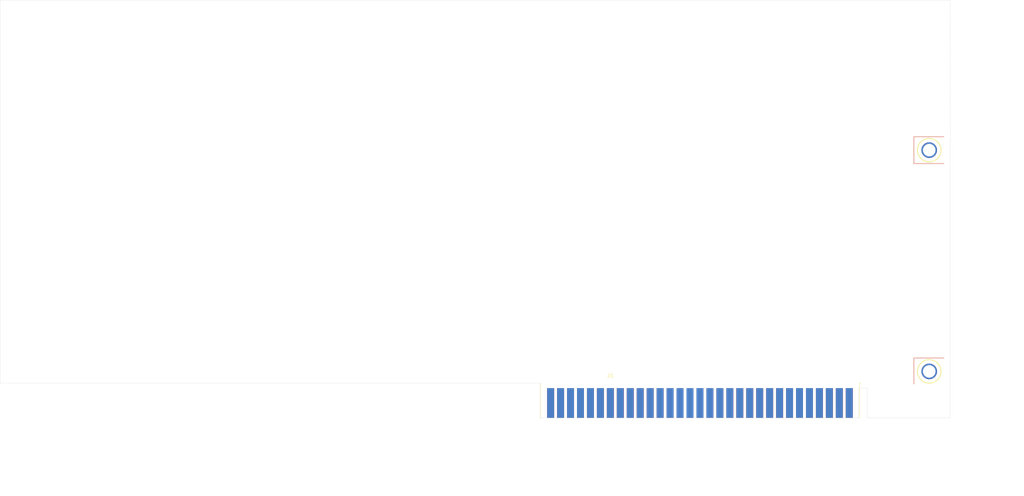
<source format=kicad_pcb>
(kicad_pcb (version 20240108) (generator "pcbnew") (generator_version "8.0")
  (layers (0 "F.Cu" signal) (31 "B.Cu" signal) (34 "B.Paste" user) (35 "F.Paste" user) (36 "B.SilkS" user "B.Silkscreen") (37 "F.SilkS" user "F.Silkscreen") (38 "B.Mask" user) (39 "F.Mask" user) (44 "Edge.Cuts" user))
  (net 0 "")
  (footprint "pc-parts:BUS_AT_8BIT" (layer "F.Cu") (at 254 123.19)
    (property "Reference" "J1" (at -60.96 -6.99 0) (layer "F.SilkS"))
    (property "Value" "Bus_ISA_8bit")
    (fp_line (start -78.8 -5.08) (end -78.8 3.85) (stroke (width 0.12)) (layer "F.SilkS"))
    (fp_line (start 2.6 -5.1) (end 3 -5.1) (stroke (width 0.12)) (layer "F.SilkS"))
    (fp_line (start 2.6 3.85) (end 2.6 -5.1) (stroke (width 0.12)) (layer "F.SilkS"))
    (pad "1" connect rect (at 0 0) (size 1.78 7.62) (layers "B.Cu" "B.Mask"))
    (pad "2" connect rect (at -2.54 0) (size 1.78 7.62) (layers "B.Cu" "B.Mask"))
    (pad "3" connect rect (at -5.08 0) (size 1.78 7.62) (layers "B.Cu" "B.Mask"))
    (pad "4" connect rect (at -7.62 0) (size 1.78 7.62) (layers "B.Cu" "B.Mask"))
    (pad "5" connect rect (at -10.16 0) (size 1.78 7.62) (layers "B.Cu" "B.Mask"))
    (pad "6" connect rect (at -12.7 0) (size 1.78 7.62) (layers "B.Cu" "B.Mask"))
    (pad "7" connect rect (at -15.24 0) (size 1.78 7.62) (layers "B.Cu" "B.Mask"))
    (pad "8" connect rect (at -17.78 0) (size 1.78 7.62) (layers "B.Cu" "B.Mask"))
    (pad "9" connect rect (at -20.32 0) (size 1.78 7.62) (layers "B.Cu" "B.Mask"))
    (pad "10" connect rect (at -22.86 0) (size 1.78 7.62) (layers "B.Cu" "B.Mask"))
    (pad "11" connect rect (at -25.4 0) (size 1.78 7.62) (layers "B.Cu" "B.Mask"))
    (pad "12" connect rect (at -27.94 0) (size 1.78 7.62) (layers "B.Cu" "B.Mask"))
    (pad "13" connect rect (at -30.48 0) (size 1.78 7.62) (layers "B.Cu" "B.Mask"))
    (pad "14" connect rect (at -33.02 0) (size 1.78 7.62) (layers "B.Cu" "B.Mask"))
    (pad "15" connect rect (at -35.56 0) (size 1.78 7.62) (layers "B.Cu" "B.Mask"))
    (pad "16" connect rect (at -38.1 0) (size 1.78 7.62) (layers "B.Cu" "B.Mask"))
    (pad "17" connect rect (at -40.64 0) (size 1.78 7.62) (layers "B.Cu" "B.Mask"))
    (pad "18" connect rect (at -43.18 0) (size 1.78 7.62) (layers "B.Cu" "B.Mask"))
    (pad "19" connect rect (at -45.72 0) (size 1.78 7.62) (layers "B.Cu" "B.Mask"))
    (pad "20" connect rect (at -48.26 0) (size 1.78 7.62) (layers "B.Cu" "B.Mask"))
    (pad "21" connect rect (at -50.8 0) (size 1.78 7.62) (layers "B.Cu" "B.Mask"))
    (pad "22" connect rect (at -53.34 0) (size 1.78 7.62) (layers "B.Cu" "B.Mask"))
    (pad "23" connect rect (at -55.88 0) (size 1.78 7.62) (layers "B.Cu" "B.Mask"))
    (pad "24" connect rect (at -58.42 0) (size 1.78 7.62) (layers "B.Cu" "B.Mask"))
    (pad "25" connect rect (at -60.96 0) (size 1.78 7.62) (layers "B.Cu" "B.Mask"))
    (pad "26" connect rect (at -63.5 0) (size 1.78 7.62) (layers "B.Cu" "B.Mask"))
    (pad "27" connect rect (at -66.04 0) (size 1.78 7.62) (layers "B.Cu" "B.Mask"))
    (pad "28" connect rect (at -68.58 0) (size 1.78 7.62) (layers "B.Cu" "B.Mask"))
    (pad "29" connect rect (at -71.12 0) (size 1.78 7.62) (layers "B.Cu" "B.Mask"))
    (pad "30" connect rect (at -73.66 0) (size 1.78 7.62) (layers "B.Cu" "B.Mask"))
    (pad "31" connect rect (at -76.2 0) (size 1.78 7.62) (layers "B.Cu" "B.Mask"))
    (pad "32" connect rect (at 0 0) (size 1.78 7.62) (layers "F.Cu" "F.Mask"))
    (pad "33" connect rect (at -2.54 0) (size 1.78 7.62) (layers "F.Cu" "F.Mask"))
    (pad "34" connect rect (at -5.08 0) (size 1.78 7.62) (layers "F.Cu" "F.Mask"))
    (pad "35" connect rect (at -7.62 0) (size 1.78 7.62) (layers "F.Cu" "F.Mask"))
    (pad "36" connect rect (at -10.16 0) (size 1.78 7.62) (layers "F.Cu" "F.Mask"))
    (pad "37" connect rect (at -12.7 0) (size 1.78 7.62) (layers "F.Cu" "F.Mask"))
    (pad "38" connect rect (at -15.24 0) (size 1.78 7.62) (layers "F.Cu" "F.Mask"))
    (pad "39" connect rect (at -17.78 0) (size 1.78 7.62) (layers "F.Cu" "F.Mask"))
    (pad "40" connect rect (at -20.32 0) (size 1.78 7.62) (layers "F.Cu" "F.Mask"))
    (pad "41" connect rect (at -22.86 0) (size 1.78 7.62) (layers "F.Cu" "F.Mask"))
    (pad "42" connect rect (at -25.4 0) (size 1.78 7.62) (layers "F.Cu" "F.Mask"))
    (pad "43" connect rect (at -27.94 0) (size 1.78 7.62) (layers "F.Cu" "F.Mask"))
    (pad "44" connect rect (at -30.48 0) (size 1.78 7.62) (layers "F.Cu" "F.Mask"))
    (pad "45" connect rect (at -33.02 0) (size 1.78 7.62) (layers "F.Cu" "F.Mask"))
    (pad "46" connect rect (at -35.56 0) (size 1.78 7.62) (layers "F.Cu" "F.Mask"))
    (pad "47" connect rect (at -38.1 0) (size 1.78 7.62) (layers "F.Cu" "F.Mask"))
    (pad "48" connect rect (at -40.64 0) (size 1.78 7.62) (layers "F.Cu" "F.Mask"))
    (pad "49" connect rect (at -43.18 0) (size 1.78 7.62) (layers "F.Cu" "F.Mask"))
    (pad "50" connect rect (at -45.72 0) (size 1.78 7.62) (layers "F.Cu" "F.Mask"))
    (pad "51" connect rect (at -48.26 0) (size 1.78 7.62) (layers "F.Cu" "F.Mask"))
    (pad "52" connect rect (at -50.8 0) (size 1.78 7.62) (layers "F.Cu" "F.Mask"))
    (pad "53" connect rect (at -53.34 0) (size 1.78 7.62) (layers "F.Cu" "F.Mask"))
    (pad "54" connect rect (at -55.88 0) (size 1.78 7.62) (layers "F.Cu" "F.Mask"))
    (pad "55" connect rect (at -58.42 0) (size 1.78 7.62) (layers "F.Cu" "F.Mask"))
    (pad "56" connect rect (at -60.96 0) (size 1.78 7.62) (layers "F.Cu" "F.Mask"))
    (pad "57" connect rect (at -63.5 0) (size 1.78 7.62) (layers "F.Cu" "F.Mask"))
    (pad "58" connect rect (at -66.04 0) (size 1.78 7.62) (layers "F.Cu" "F.Mask"))
    (pad "59" connect rect (at -68.58 0) (size 1.78 7.62) (layers "F.Cu" "F.Mask"))
    (pad "60" connect rect (at -71.12 0) (size 1.78 7.62) (layers "F.Cu" "F.Mask"))
    (pad "61" connect rect (at -73.66 0) (size 1.78 7.62) (layers "F.Cu" "F.Mask"))
    (pad "62" connect rect (at -76.2 0) (size 1.78 7.62) (layers "F.Cu" "F.Mask"))
  )
  (footprint "pc-parts:PC_BRACKET_ISA_KEYSTONE_9202_Rev1" (layer "F.Cu") (at 254 127)
    (property "Reference" "U1" (hide yes))
    (property "Value" "~" (hide yes))
    (fp_line (start 16.47825 -71.826) (end 16.47825 -68.237) (stroke (width 0.25)) (layer "B.SilkS"))
    (fp_line (start 16.47825 -65.349) (end 16.47825 -68.237) (stroke (width 0.25)) (layer "B.SilkS"))
    (fp_line (start 16.47825 -64.968) (end 16.47825 -65.349) (stroke (width 0.25)) (layer "B.SilkS"))
    (fp_line (start 16.47825 -15.311) (end 16.47825 -8.707) (stroke (width 0.25)) (layer "B.SilkS"))
    (fp_line (start 20.03425 -64.968) (end 16.47825 -64.968) (stroke (width 0.25)) (layer "B.SilkS"))
    (fp_line (start 20.03425 -64.968) (end 24.09825 -64.968) (stroke (width 0.25)) (layer "B.SilkS"))
    (fp_line (start 20.11525 -15.311) (end 16.47825 -15.311) (stroke (width 0.25)) (layer "B.SilkS"))
    (fp_line (start 20.11525 -15.311) (end 24.09825 -15.311) (stroke (width 0.25)) (layer "B.SilkS"))
    (fp_line (start 20.28825 -71.826) (end 16.47825 -71.826) (stroke (width 0.25)) (layer "B.SilkS"))
    (fp_line (start 20.28825 -71.826) (end 24.09825 -71.826) (stroke (width 0.25)) (layer "B.SilkS"))
    (fp_circle (center 20.3962 -68.397) (end 23.3962 -68.397) (stroke (width 0.25)) (fill none) (layer "F.SilkS"))
    (fp_circle (center 20.3962 -11.882) (end 23.3962 -11.882) (stroke (width 0.25)) (fill none) (layer "F.SilkS"))
    (pad "1" thru_hole circle (at 20.3962 -11.882) (size 4 4) (drill 3.2) (layers "*.Cu" "*.Mask"))
    (pad "2" thru_hole circle (at 20.3962 -68.397) (size 4 4) (drill 3.2) (layers "*.Cu" "*.Mask"))
  )
  (gr_line (start 37.338 20.32) (end 37.338 118.11) (stroke (width 0.05)) (layer "Edge.Cuts"))
  (gr_line (start 258.572 119.38) (end 258.572 127) (stroke (width 0.05)) (layer "Edge.Cuts"))
  (gr_line (start 279.7048 20.32) (end 37.338 20.32) (stroke (width 0.05)) (layer "Edge.Cuts"))
  (gr_line (start 258.572 127) (end 279.7556 127) (stroke (width 0.05)) (layer "Edge.Cuts"))
  (gr_line (start 254 127) (end 256.413 127) (stroke (width 0.05)) (layer "Edge.Cuts"))
  (gr_line (start 175.2092 118.11) (end 37.338 118.11) (stroke (width 0.05)) (layer "Edge.Cuts"))
  (gr_line (start 256.413 127) (end 256.413 119.38) (stroke (width 0.05)) (layer "Edge.Cuts"))
  (gr_line (start 175.2092 127) (end 175.2092 118.11) (stroke (width 0.05)) (layer "Edge.Cuts"))
  (gr_line (start 279.7556 127) (end 279.7048 20.32) (stroke (width 0.05)) (layer "Edge.Cuts"))
  (gr_line (start 254 127) (end 175.2092 127) (stroke (width 0.05)) (layer "Edge.Cuts"))
  (gr_line (start 256.413 119.38) (end 258.572 119.38) (stroke (width 0.05)) (layer "Edge.Cuts"))
)
</source>
